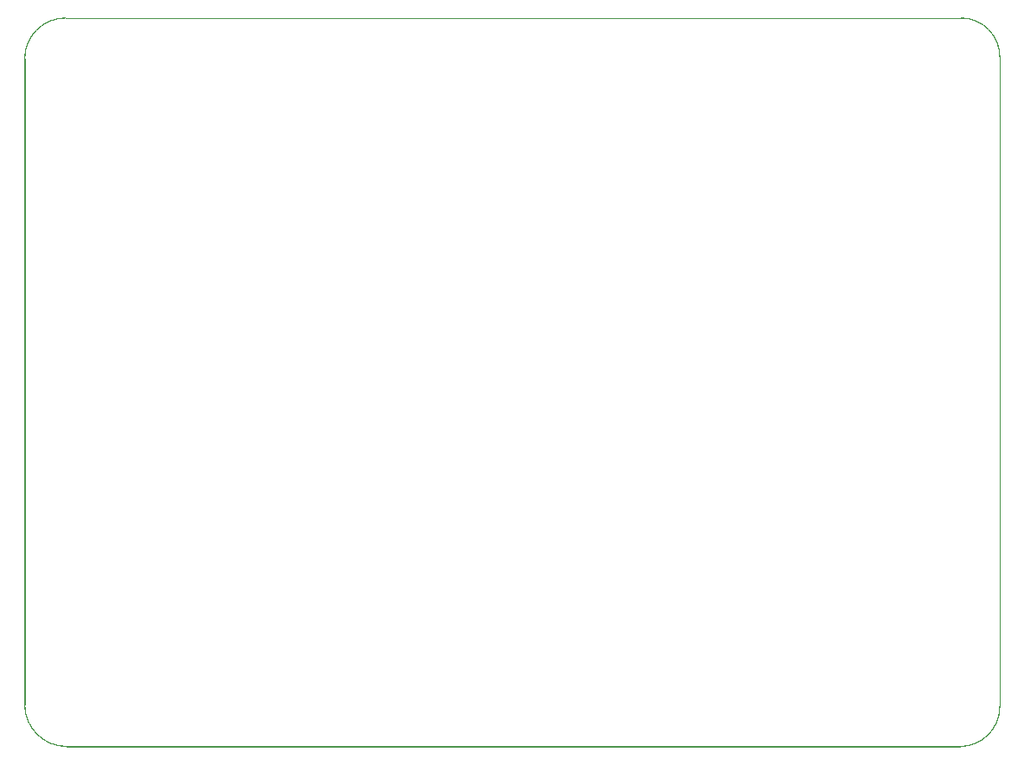
<source format=gko>
G04*
G04 #@! TF.GenerationSoftware,Altium Limited,Altium Designer,18.1.9 (240)*
G04*
G04 Layer_Color=16711935*
%FSLAX25Y25*%
%MOIN*%
G70*
G01*
G75*
%ADD84C,0.00100*%
%ADD86C,0.00100*%
D84*
X375900Y265960D02*
G03*
X375900Y265961I-50J0D01*
G01*
X360851Y281010D02*
G03*
X360850Y281010I-1J-15050D01*
G01*
X375900Y265961D02*
G03*
X360851Y281010I-15050J-1D01*
G01*
X375900Y265960D02*
G03*
X375900Y265961I-15050J-0D01*
G01*
X375800Y265960D02*
G03*
X375800Y265959I50J0D01*
G01*
X360851Y281010D02*
G03*
X360850Y281010I-1J-50D01*
G01*
X360849Y280910D02*
G03*
X360850Y280910I1J50D01*
G01*
X375800Y265960D02*
G03*
X360850Y280910I-14950J-0D01*
G01*
X375800Y15352D02*
G03*
X375800Y15350I50J-2D01*
G01*
X375900Y15348D02*
G03*
X375900Y15350I-50J2D01*
G01*
X375900Y15348D02*
G03*
X375900Y15350I-15400J2D01*
G01*
X360500Y-50D02*
G03*
X375900Y15348I0J15400D01*
G01*
X360500Y50D02*
G03*
X375800Y15350I0J15300D01*
G01*
X15790Y280910D02*
G03*
X15791Y280910I0J50D01*
G01*
X15790Y280910D02*
G03*
X55Y265175I-0J-15734D01*
G01*
X15790Y281010D02*
G03*
X15789Y281010I0J-50D01*
G01*
D02*
G03*
X-45Y265175I1J-15835D01*
G01*
X15790Y281010D02*
G03*
X15789Y281010I-0J-15835D01*
G01*
X55Y16195D02*
G03*
X16200Y50I16145J0D01*
G01*
X-45Y16195D02*
G03*
X16200Y-50I16245J0D01*
G01*
X375900Y15350D02*
X375900Y265960D01*
X375800Y265959D02*
Y265960D01*
X375800Y15352D02*
X375800Y265959D01*
X375800Y15350D02*
Y15352D01*
X16200Y50D02*
X360500Y50D01*
X16200Y50D02*
X16200D01*
Y-50D02*
X360500Y-50D01*
X16200Y-50D02*
X16200D01*
X15790Y281010D02*
X360850D01*
X360849Y280910D02*
X360850D01*
X15791D02*
X360849D01*
X15790D02*
X15791D01*
X55Y265175D02*
X55Y16195D01*
X-45Y265175D02*
Y265175D01*
Y265175D02*
X-45Y16195D01*
D86*
X375900Y15350D02*
D03*
M02*

</source>
